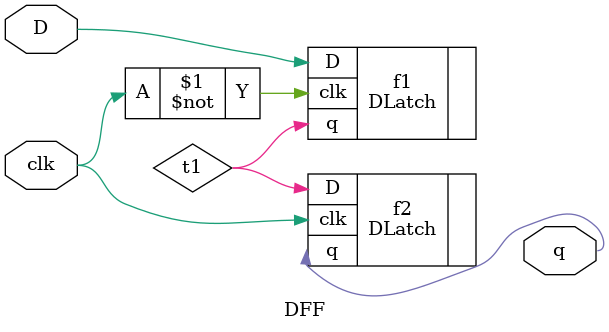
<source format=sv>
`timescale 1ns / 1ps


module DFF(
input logic D,
input logic clk,
output logic q );

logic t1;
DLatch f1(
 .D(D),
 .clk(~clk),
 //.rest(),
   .q(t1) 
    //.qpar( )
);
 
DLatch f2(
 .D(t1),
 .clk(clk),
  //.rest(),
   .q(q) 
    //.qpar( )
);
 
endmodule




</source>
